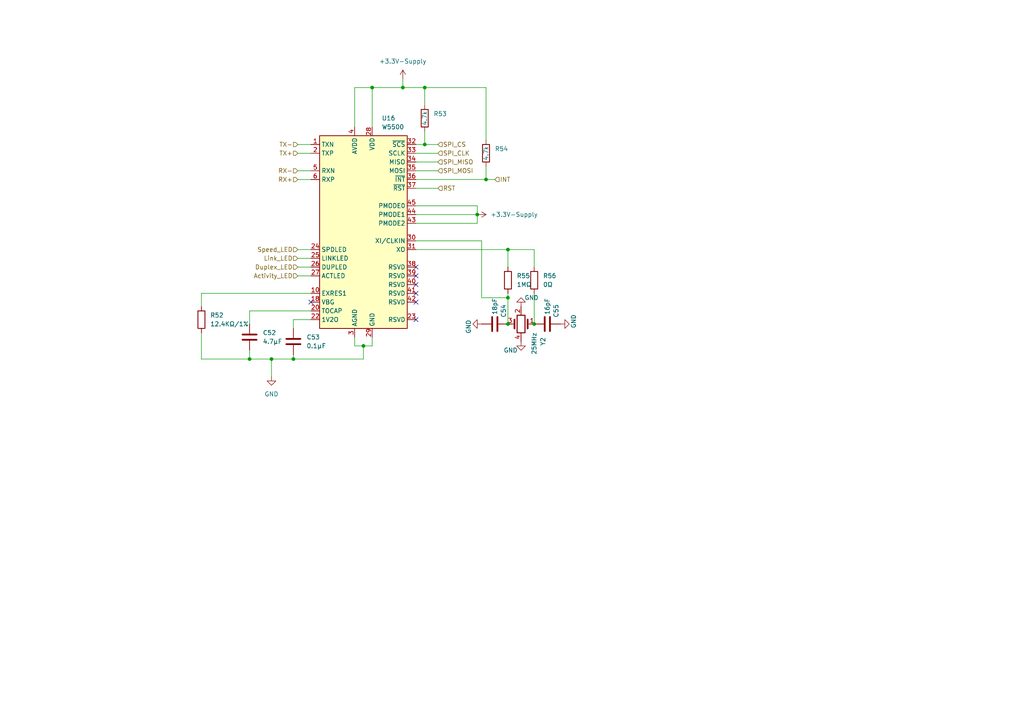
<source format=kicad_sch>
(kicad_sch (version 20211123) (generator eeschema)
  (paper "A4")
  (lib_symbols
    (symbol "Device:C" (pin_numbers hide) (pin_names (offset 0.254))
      (property "Reference" "C" (at 0.635 2.54 0))
      (property "Value" "C" (at 0.635 -2.54 0))
      (symbol "C_0_1"
        (polyline (pts (xy -2.032 -0.762) (xy 2.032 -0.762)) (stroke (width 0.508)))
        (polyline (pts (xy -2.032 0.762) (xy 2.032 0.762)) (stroke (width 0.508)))
      )
      (symbol "C_1_1"
        (pin passive line (at 0 3.81 270) (length 2.794) (name "~") (number "1"))
        (pin passive line (at 0 -3.81 90) (length 2.794) (name "~") (number "2"))
      )
    )
    (symbol "Device:R" (pin_numbers hide) (pin_names (offset 0))
      (property "Reference" "R" (at 2.032 0 90))
      (property "Value" "R" (at 0 0 90))
      (symbol "R_0_1"
        (rectangle (start -1.016 -2.54) (end 1.016 2.54) (stroke (width 0.254)))
      )
      (symbol "R_1_1"
        (pin passive line (at 0 3.81 270) (length 1.27) (name "~") (number "1"))
        (pin passive line (at 0 -3.81 90) (length 1.27) (name "~") (number "2"))
      )
    )
    (symbol "Igor:Crystal-4P" (pin_names hide)
      (property "Reference" "Y1" (at 1.27 6.35 0))
      (property "Value" "12MHz" (at 1.27 3.81 0))
      (symbol "Crystal-4P_0_1"
        (rectangle (start -1.143 2.54) (end 1.143 -2.54) (stroke (width 0.3048)))
        (polyline (pts (xy -2.54 0) (xy -1.905 0)))
        (polyline (pts (xy -1.905 -1.27) (xy -1.905 1.27)) (stroke (width 0.508)))
        (polyline (pts (xy 1.905 -1.27) (xy 1.905 1.27)) (stroke (width 0.508)))
        (polyline (pts (xy 2.54 0) (xy 1.905 0)))
      )
      (symbol "Crystal-4P_1_1"
        (pin passive line (at -3.81 0 0) (length 1.27) (name "1") (number "1"))
        (pin passive line (at 0 5.08 270) (length 2.54) (name "2") (number "2"))
        (pin passive line (at 3.81 0 180) (length 1.27) (name "3") (number "3"))
        (pin passive line (at 0 -5.08 90) (length 2.54) (name "4") (number "4"))
      )
    )
    (symbol "Interface_Ethernet:W5500"
      (property "Reference" "U" (at -11.43 29.21 0))
      (property "Value" "W5500" (at 8.89 29.21 0))
      (symbol "W5500_0_1"
        (rectangle (start -12.7 27.94) (end 12.7 -27.94) (stroke (width 0.254)) (fill (type background)))
      )
      (symbol "W5500_1_1"
        (pin output line (at 15.24 25.4 180) (length 2.54) (name "TXN") (number "1"))
        (pin passive line (at 15.24 -17.78 180) (length 2.54) (name "EXRES1") (number "10"))
        (pin passive line (at 2.54 30.48 270) (length 2.54) hide (name "AVDD") (number "11"))
        (pin no_connect line (at 12.7 7.62 180) (length 2.54) hide (name "NC") (number "12"))
        (pin no_connect line (at 12.7 5.08 180) (length 2.54) hide (name "NC") (number "13"))
        (pin passive line (at 2.54 -30.48 90) (length 2.54) hide (name "AGND") (number "14"))
        (pin passive line (at 2.54 30.48 270) (length 2.54) hide (name "AVDD") (number "15"))
        (pin passive line (at 2.54 -30.48 90) (length 2.54) hide (name "AGND") (number "16"))
        (pin passive line (at 2.54 30.48 270) (length 2.54) hide (name "AVDD") (number "17"))
        (pin passive line (at 15.24 -20.32 180) (length 2.54) (name "VBG") (number "18"))
        (pin passive line (at 2.54 -30.48 90) (length 2.54) hide (name "AGND") (number "19"))
        (pin output line (at 15.24 22.86 180) (length 2.54) (name "TXP") (number "2"))
        (pin passive line (at 15.24 -22.86 180) (length 2.54) (name "TOCAP") (number "20"))
        (pin passive line (at 2.54 30.48 270) (length 2.54) hide (name "AVDD") (number "21"))
        (pin output line (at 15.24 -25.4 180) (length 2.54) (name "1V2O") (number "22"))
        (pin input line (at -15.24 -25.4 0) (length 2.54) (name "RSVD") (number "23"))
        (pin output line (at 15.24 -5.08 180) (length 2.54) (name "SPDLED") (number "24"))
        (pin output line (at 15.24 -7.62 180) (length 2.54) (name "LINKLED") (number "25"))
        (pin output line (at 15.24 -10.16 180) (length 2.54) (name "DUPLED") (number "26"))
        (pin output line (at 15.24 -12.7 180) (length 2.54) (name "ACTLED") (number "27"))
        (pin power_in line (at -2.54 30.48 270) (length 2.54) (name "VDD") (number "28"))
        (pin power_in line (at -2.54 -30.48 90) (length 2.54) (name "GND") (number "29"))
        (pin power_in line (at 2.54 -30.48 90) (length 2.54) (name "AGND") (number "3"))
        (pin input line (at -15.24 -2.54 0) (length 2.54) (name "XI/CLKIN") (number "30"))
        (pin output line (at -15.24 -5.08 0) (length 2.54) (name "XO") (number "31"))
        (pin input line (at -15.24 25.4 0) (length 2.54) (name "~{SCS}") (number "32"))
        (pin input line (at -15.24 22.86 0) (length 2.54) (name "SCLK") (number "33"))
        (pin output line (at -15.24 20.32 0) (length 2.54) (name "MISO") (number "34"))
        (pin input line (at -15.24 17.78 0) (length 2.54) (name "MOSI") (number "35"))
        (pin input line (at -15.24 15.24 0) (length 2.54) (name "~{INT}") (number "36"))
        (pin input line (at -15.24 12.7 0) (length 2.54) (name "~{RST}") (number "37"))
        (pin input line (at -15.24 -10.16 0) (length 2.54) (name "RSVD") (number "38"))
        (pin input line (at -15.24 -12.7 0) (length 2.54) (name "RSVD") (number "39"))
        (pin power_in line (at 2.54 30.48 270) (length 2.54) (name "AVDD") (number "4"))
        (pin input line (at -15.24 -15.24 0) (length 2.54) (name "RSVD") (number "40"))
        (pin input line (at -15.24 -17.78 0) (length 2.54) (name "RSVD") (number "41"))
        (pin input line (at -15.24 -20.32 0) (length 2.54) (name "RSVD") (number "42"))
        (pin input line (at -15.24 2.54 0) (length 2.54) (name "PMODE2") (number "43"))
        (pin input line (at -15.24 5.08 0) (length 2.54) (name "PMODE1") (number "44"))
        (pin input line (at -15.24 7.62 0) (length 2.54) (name "PMODE0") (number "45"))
        (pin no_connect line (at 12.7 2.54 180) (length 2.54) hide (name "NC") (number "46"))
        (pin no_connect line (at 12.7 0 180) (length 2.54) hide (name "NC") (number "47"))
        (pin passive line (at 2.54 -30.48 90) (length 2.54) hide (name "AGND") (number "48"))
        (pin input line (at 15.24 17.78 180) (length 2.54) (name "RXN") (number "5"))
        (pin input line (at 15.24 15.24 180) (length 2.54) (name "RXP") (number "6"))
        (pin no_connect line (at 12.7 10.16 180) (length 2.54) hide (name "DNC") (number "7"))
        (pin passive line (at 2.54 30.48 270) (length 2.54) hide (name "AVDD") (number "8"))
        (pin passive line (at 2.54 -30.48 90) (length 2.54) hide (name "AGND") (number "9"))
      )
    )
    (symbol "MOOD_Library:+3.3V-Supply" (power) (pin_names (offset 0))
      (property "Value" "+3.3V-Supply" (at 0 3.556 0))
      (symbol "+3.3V-Supply_0_1"
        (polyline (pts (xy -0.762 1.27) (xy 0 2.54)))
        (polyline (pts (xy 0 0) (xy 0 2.54)))
        (polyline (pts (xy 0 2.54) (xy 0.762 1.27)))
      )
      (symbol "+3.3V-Supply_1_1"
        (pin power_in line (at 0 0 90) (length 0) hide (name "+3.3V-Supply") (number "1"))
      )
    )
    (symbol "power:GND" (power) (pin_names (offset 0))
      (property "Value" "GND" (at 0 -3.81 0))
      (symbol "GND_0_1"
        (polyline (pts (xy 0 0) (xy 0 -1.27) (xy 1.27 -1.27) (xy 0 -2.54) (xy -1.27 -1.27) (xy 0 -1.27)))
      )
      (symbol "GND_1_1"
        (pin power_in line (at 0 0 270) (length 0) hide (name "GND") (number "1"))
      )
    )
  )
  (junction (at 147.32 72.39))
  (junction (at 147.32 86.36))
  (junction (at 138.43 62.23))
  (junction (at 72.39 104.14))
  (junction (at 147.32 93.98))
  (junction (at 105.41 100.33))
  (junction (at 123.19 41.91))
  (junction (at 78.74 104.14))
  (junction (at 154.94 93.98))
  (junction (at 123.19 25.4))
  (junction (at 85.09 104.14))
  (junction (at 107.95 25.4))
  (junction (at 116.84 25.4))
  (junction (at 140.97 52.07))
  (no_connect (at 120.65 87.63))
  (no_connect (at 120.65 82.55))
  (no_connect (at 120.65 77.47))
  (no_connect (at 90.17 87.63))
  (no_connect (at 120.65 80.01))
  (no_connect (at 120.65 92.71))
  (no_connect (at 120.65 85.09))
  (wire (pts (xy 154.94 72.39) (xy 147.32 72.39)))
  (wire (pts (xy 78.74 104.14) (xy 78.74 109.22)))
  (wire (pts (xy 139.7 69.85) (xy 139.7 86.36)))
  (wire (pts (xy 86.36 52.07) (xy 90.17 52.07)))
  (wire (pts (xy 138.43 62.23) (xy 138.43 64.77)))
  (wire (pts (xy 102.87 25.4) (xy 107.95 25.4)))
  (wire (pts (xy 123.19 25.4) (xy 123.19 30.48)))
  (wire (pts (xy 138.43 64.77) (xy 120.65 64.77)))
  (wire (pts (xy 102.87 100.33) (xy 105.41 100.33)))
  (wire (pts (xy 154.94 85.09) (xy 154.94 93.98)))
  (wire (pts (xy 86.36 72.39) (xy 90.17 72.39)))
  (wire (pts (xy 116.84 22.86) (xy 116.84 25.4)))
  (wire (pts (xy 120.65 44.45) (xy 127 44.45)))
  (wire (pts (xy 102.87 97.79) (xy 102.87 100.33)))
  (wire (pts (xy 116.84 25.4) (xy 123.19 25.4)))
  (wire (pts (xy 140.97 25.4) (xy 123.19 25.4)))
  (wire (pts (xy 85.09 104.14) (xy 78.74 104.14)))
  (wire (pts (xy 86.36 80.01) (xy 90.17 80.01)))
  (wire (pts (xy 90.17 90.17) (xy 72.39 90.17)))
  (wire (pts (xy 86.36 49.53) (xy 90.17 49.53)))
  (wire (pts (xy 120.65 49.53) (xy 127 49.53)))
  (wire (pts (xy 102.87 36.83) (xy 102.87 25.4)))
  (wire (pts (xy 72.39 90.17) (xy 72.39 93.98)))
  (wire (pts (xy 140.97 40.64) (xy 140.97 25.4)))
  (wire (pts (xy 90.17 92.71) (xy 85.09 92.71)))
  (wire (pts (xy 58.42 96.52) (xy 58.42 104.14)))
  (wire (pts (xy 120.65 41.91) (xy 123.19 41.91)))
  (wire (pts (xy 86.36 74.93) (xy 90.17 74.93)))
  (wire (pts (xy 107.95 100.33) (xy 105.41 100.33)))
  (wire (pts (xy 140.97 48.26) (xy 140.97 52.07)))
  (wire (pts (xy 72.39 104.14) (xy 58.42 104.14)))
  (wire (pts (xy 123.19 41.91) (xy 123.19 38.1)))
  (wire (pts (xy 147.32 86.36) (xy 147.32 93.98)))
  (wire (pts (xy 120.65 62.23) (xy 138.43 62.23)))
  (wire (pts (xy 72.39 101.6) (xy 72.39 104.14)))
  (wire (pts (xy 58.42 85.09) (xy 58.42 88.9)))
  (wire (pts (xy 86.36 41.91) (xy 90.17 41.91)))
  (wire (pts (xy 85.09 102.87) (xy 85.09 104.14)))
  (wire (pts (xy 120.65 69.85) (xy 139.7 69.85)))
  (wire (pts (xy 140.97 52.07) (xy 143.51 52.07)))
  (wire (pts (xy 120.65 59.69) (xy 138.43 59.69)))
  (wire (pts (xy 154.94 77.47) (xy 154.94 72.39)))
  (wire (pts (xy 86.36 77.47) (xy 90.17 77.47)))
  (wire (pts (xy 147.32 85.09) (xy 147.32 86.36)))
  (wire (pts (xy 120.65 54.61) (xy 127 54.61)))
  (wire (pts (xy 120.65 46.99) (xy 127 46.99)))
  (wire (pts (xy 85.09 104.14) (xy 105.41 104.14)))
  (wire (pts (xy 139.7 86.36) (xy 147.32 86.36)))
  (wire (pts (xy 85.09 92.71) (xy 85.09 95.25)))
  (wire (pts (xy 78.74 104.14) (xy 72.39 104.14)))
  (wire (pts (xy 105.41 100.33) (xy 105.41 104.14)))
  (wire (pts (xy 147.32 72.39) (xy 120.65 72.39)))
  (wire (pts (xy 138.43 59.69) (xy 138.43 62.23)))
  (wire (pts (xy 120.65 52.07) (xy 140.97 52.07)))
  (wire (pts (xy 90.17 85.09) (xy 58.42 85.09)))
  (wire (pts (xy 147.32 72.39) (xy 147.32 77.47)))
  (wire (pts (xy 86.36 44.45) (xy 90.17 44.45)))
  (wire (pts (xy 107.95 97.79) (xy 107.95 100.33)))
  (wire (pts (xy 107.95 25.4) (xy 116.84 25.4)))
  (wire (pts (xy 123.19 41.91) (xy 127 41.91)))
  (wire (pts (xy 107.95 25.4) (xy 107.95 36.83)))
  (hierarchical_label "RST" (shape input) (at 127 54.61 0))
  (hierarchical_label "SPI_MOSI" (shape input) (at 127 49.53 0))
  (hierarchical_label "INT" (shape input) (at 143.51 52.07 0))
  (hierarchical_label "Link_LED" (shape input) (at 86.36 74.93 180))
  (hierarchical_label "TX-" (shape input) (at 86.36 41.91 180))
  (hierarchical_label "TX+" (shape input) (at 86.36 44.45 180))
  (hierarchical_label "Duplex_LED" (shape input) (at 86.36 77.47 180))
  (hierarchical_label "Speed_LED" (shape input) (at 86.36 72.39 180))
  (hierarchical_label "SPI_CS" (shape input) (at 127 41.91 0))
  (hierarchical_label "SPI_CLK" (shape input) (at 127 44.45 0))
  (hierarchical_label "Activity_LED" (shape input) (at 86.36 80.01 180))
  (hierarchical_label "RX+" (shape input) (at 86.36 52.07 180))
  (hierarchical_label "SPI_MISO" (shape input) (at 127 46.99 0))
  (hierarchical_label "RX-" (shape input) (at 86.36 49.53 180))
  (symbol (lib_id "Device:R") (at 147.32 81.28 0) (unit 1)
    (property "Reference" "R55" (at 149.86 80.0099 0) (effects (justify left)))
    (property "Value" "1MΩ" (at 149.86 82.5499 0) (effects (justify left)))
    (property "Footprint" "Resistor_SMD:R_0402_1005Metric" (effects hide))
  )
  (symbol (lib_id "power:GND") (at 151.13 88.9 0) (mirror x) (unit 1)
    (property "Reference" "#PWR0194" (effects hide))
    (property "Value" "GND" (at 156.21 86.36 0) (effects (justify right)))
  )
  (symbol (lib_id "Igor:Crystal-4P") (at 151.13 93.98 0) (mirror y) (unit 1)
    (property "Reference" "Y2" (at 157.48 100.33 90) (effects (justify left)))
    (property "Value" "25MHz" (at 154.94 102.87 90) (effects (justify left)))
    (property "Footprint" "Crystal:Crystal_SMD_2520-4Pin_2.5x2.0mm" (effects hide))
    (property "LCSC" "C254355" (effects hide))
  )
  (symbol (lib_id "MOOD_Library:+3.3V-Supply") (at 116.84 22.86 0) (unit 1)
    (property "Reference" "#PWR0116" (effects hide))
    (property "Value" "+3.3V-Supply" (at 116.84 17.78 0))
  )
  (symbol (lib_id "Interface_Ethernet:W5500") (at 105.41 67.31 0) (mirror y) (unit 1)
    (property "Reference" "U16" (at 110.7187 34.29 0) (effects (justify right)))
    (property "Value" "W5500" (at 110.7187 36.83 0) (effects (justify right)))
    (property "Footprint" "Package_QFP:LQFP-48_7x7mm_P0.5mm" (effects hide))
    (property "Datasheet" "https://docs.wiznet.io/img/products/w5500/W5500_ds_v110e.pdf" (effects hide))
  )
  (symbol (lib_id "power:GND") (at 162.56 93.98 90) (mirror x) (unit 1)
    (property "Reference" "#PWR0192" (effects hide))
    (property "Value" "GND" (at 166.37 95.25 0) (effects (justify right)))
  )
  (symbol (lib_id "Device:C") (at 158.75 93.98 90) (mirror x) (unit 1)
    (property "Reference" "C55" (at 161.29 90.17 0))
    (property "Value" "16pF" (at 158.75 88.9 0))
    (property "Footprint" "Capacitor_SMD:C_0402_1005Metric" (effects hide))
    (property "LCSC" "C161307" (effects hide))
  )
  (symbol (lib_id "Device:R") (at 140.97 44.45 0) (unit 1)
    (property "Reference" "R54" (at 143.51 43.1799 0) (effects (justify left)))
    (property "Value" "4.7k" (at 140.97 44.45 90))
    (property "Footprint" "Resistor_SMD:R_0402_1005Metric" (effects hide))
  )
  (symbol (lib_id "power:GND") (at 139.7 93.98 270) (mirror x) (unit 1)
    (property "Reference" "#PWR0196" (effects hide))
    (property "Value" "GND" (at 135.89 92.71 0) (effects (justify right)))
  )
  (symbol (lib_id "Device:C") (at 85.09 99.06 0) (unit 1)
    (property "Reference" "C53" (at 88.9 97.7899 0) (effects (justify left)))
    (property "Value" "0.1μF" (at 88.9 100.3299 0) (effects (justify left)))
    (property "Footprint" "Capacitor_SMD:C_0402_1005Metric" (effects hide))
  )
  (symbol (lib_id "Device:R") (at 154.94 81.28 0) (unit 1)
    (property "Reference" "R56" (at 157.48 80.0099 0) (effects (justify left)))
    (property "Value" "0Ω" (at 157.48 82.5499 0) (effects (justify left)))
    (property "Footprint" "Resistor_SMD:R_0402_1005Metric" (effects hide))
  )
  (symbol (lib_id "Device:C") (at 72.39 97.79 0) (unit 1)
    (property "Reference" "C52" (at 76.2 96.5199 0) (effects (justify left)))
    (property "Value" "4.7μF" (at 76.2 99.0599 0) (effects (justify left)))
    (property "Footprint" "Capacitor_SMD:C_0402_1005Metric" (effects hide))
  )
  (symbol (lib_id "Device:C") (at 143.51 93.98 90) (mirror x) (unit 1)
    (property "Reference" "C54" (at 146.05 90.17 0))
    (property "Value" "18pF" (at 143.51 88.9 0))
    (property "Footprint" "Capacitor_SMD:C_0402_1005Metric" (effects hide))
    (property "LCSC" "C161307" (effects hide))
  )
  (symbol (lib_id "MOOD_Library:+3.3V-Supply") (at 138.43 62.23 270) (unit 1)
    (property "Reference" "#PWR0117" (effects hide))
    (property "Value" "+3.3V-Supply" (at 142.24 62.2299 90) (effects (justify left)))
  )
  (symbol (lib_id "Device:R") (at 58.42 92.71 0) (unit 1)
    (property "Reference" "R52" (at 60.96 91.4399 0) (effects (justify left)))
    (property "Value" "12.4KΩ/1%" (at 60.96 93.9799 0) (effects (justify left)))
    (property "Footprint" "Resistor_SMD:R_0402_1005Metric" (effects hide))
  )
  (symbol (lib_id "power:GND") (at 151.13 99.06 0) (mirror y) (unit 1)
    (property "Reference" "#PWR0195" (effects hide))
    (property "Value" "GND" (at 146.05 101.6 0) (effects (justify right)))
  )
  (symbol (lib_id "power:GND") (at 78.74 109.22 0) (unit 1)
    (property "Reference" "#PWR0197" (effects hide))
    (property "Value" "GND" (at 78.74 114.3 0))
  )
  (symbol (lib_id "Device:R") (at 123.19 34.29 0) (unit 1)
    (property "Reference" "R53" (at 125.73 33.0199 0) (effects (justify left)))
    (property "Value" "4.7k" (at 123.19 34.29 90))
    (property "Footprint" "Resistor_SMD:R_0402_1005Metric" (effects hide))
  )
)
</source>
